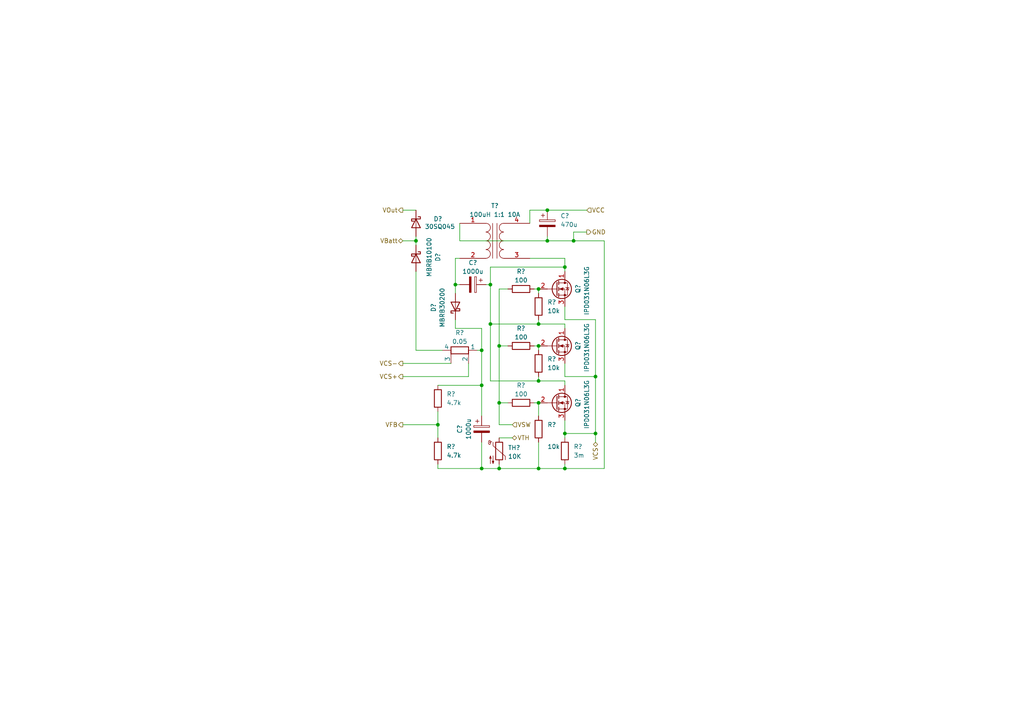
<source format=kicad_sch>
(kicad_sch (version 20211123) (generator eeschema)
  (paper "A4")
  (lib_symbols
    (symbol "Device:C_Polarized" (pin_numbers hide) (pin_names (offset 0.254))
      (property "Reference" "C" (at 0.635 2.54 0))
      (property "Value" "C_Polarized" (at 0.635 -2.54 0))
      (symbol "C_Polarized_0_1"
        (rectangle (start -2.286 0.508) (end 2.286 1.016))
        (polyline (pts (xy -1.778 2.286) (xy -0.762 2.286)))
        (polyline (pts (xy -1.27 2.794) (xy -1.27 1.778)))
        (rectangle (start 2.286 -0.508) (end -2.286 -1.016) (fill (type outline)))
      )
      (symbol "C_Polarized_1_1"
        (pin passive line (at 0 3.81 270) (length 2.794) (name "~") (number "1"))
        (pin passive line (at 0 -3.81 90) (length 2.794) (name "~") (number "2"))
      )
    )
    (symbol "Device:D_Schottky" (pin_numbers hide) (pin_names (offset 1.016) hide)
      (property "Reference" "D" (at 0 2.54 0))
      (property "Value" "D_Schottky" (at 0 -2.54 0))
      (symbol "D_Schottky_0_1"
        (polyline (pts (xy 1.27 0) (xy -1.27 0)))
        (polyline (pts (xy 1.27 1.27) (xy 1.27 -1.27) (xy -1.27 0) (xy 1.27 1.27)) (stroke (width 0.254)))
        (polyline (pts (xy -1.905 0.635) (xy -1.905 1.27) (xy -1.27 1.27) (xy -1.27 -1.27) (xy -0.635 -1.27) (xy -0.635 -0.635)) (stroke (width 0.254)))
      )
      (symbol "D_Schottky_1_1"
        (pin passive line (at -3.81 0 0) (length 2.54) (name "K") (number "1"))
        (pin passive line (at 3.81 0 180) (length 2.54) (name "A") (number "2"))
      )
    )
    (symbol "Device:Q_NMOS_DGS" (pin_names (offset 0) hide)
      (property "Reference" "Q" (at 5.08 1.27 0))
      (property "Value" "Q_NMOS_DGS" (at 5.08 -1.27 0))
      (symbol "Q_NMOS_DGS_0_1"
        (polyline (pts (xy 0.254 0) (xy -2.54 0)))
        (polyline (pts (xy 0.254 1.905) (xy 0.254 -1.905)) (stroke (width 0.254)))
        (polyline (pts (xy 0.762 -1.27) (xy 0.762 -2.286)) (stroke (width 0.254)))
        (polyline (pts (xy 0.762 0.508) (xy 0.762 -0.508)) (stroke (width 0.254)))
        (polyline (pts (xy 0.762 2.286) (xy 0.762 1.27)) (stroke (width 0.254)))
        (polyline (pts (xy 2.54 2.54) (xy 2.54 1.778)))
        (polyline (pts (xy 2.54 -2.54) (xy 2.54 0) (xy 0.762 0)))
        (polyline (pts (xy 0.762 -1.778) (xy 3.302 -1.778) (xy 3.302 1.778) (xy 0.762 1.778)))
        (polyline (pts (xy 1.016 0) (xy 2.032 0.381) (xy 2.032 -0.381) (xy 1.016 0)) (fill (type outline)))
        (polyline (pts (xy 2.794 0.508) (xy 2.921 0.381) (xy 3.683 0.381) (xy 3.81 0.254)))
        (polyline (pts (xy 3.302 0.381) (xy 2.921 -0.254) (xy 3.683 -0.254) (xy 3.302 0.381)))
        (circle (center 1.651 0) (radius 2.794) (stroke (width 0.254)))
        (circle (center 2.54 -1.778) (radius 0.254) (fill (type outline)))
        (circle (center 2.54 1.778) (radius 0.254) (fill (type outline)))
      )
      (symbol "Q_NMOS_DGS_1_1"
        (pin passive line (at 2.54 5.08 270) (length 2.54) (name "D") (number "1"))
        (pin input line (at -5.08 0 0) (length 2.54) (name "G") (number "2"))
        (pin passive line (at 2.54 -5.08 90) (length 2.54) (name "S") (number "3"))
      )
    )
    (symbol "Device:R" (pin_numbers hide) (pin_names (offset 0))
      (property "Reference" "R" (at 2.032 0 90))
      (property "Value" "R" (at 0 0 90))
      (symbol "R_0_1"
        (rectangle (start -1.016 -2.54) (end 1.016 2.54) (stroke (width 0.254)))
      )
      (symbol "R_1_1"
        (pin passive line (at 0 3.81 270) (length 1.27) (name "~") (number "1"))
        (pin passive line (at 0 -3.81 90) (length 1.27) (name "~") (number "2"))
      )
    )
    (symbol "Device:R_Shunt" (pin_numbers hide) (pin_names (offset 0))
      (property "Reference" "R" (at -4.445 0 90))
      (property "Value" "R_Shunt" (at -2.54 0 90))
      (symbol "R_Shunt_0_1"
        (rectangle (start -1.016 -2.54) (end 1.016 2.54) (stroke (width 0.254)))
        (polyline (pts (xy 0 -2.54) (xy 1.27 -2.54)))
        (polyline (pts (xy 1.27 2.54) (xy 0 2.54)))
      )
      (symbol "R_Shunt_1_1"
        (pin passive line (at 0 5.08 270) (length 2.54) (name "1") (number "1"))
        (pin passive line (at 3.81 2.54 180) (length 2.54) (name "2") (number "2"))
        (pin passive line (at 3.81 -2.54 180) (length 2.54) (name "3") (number "3"))
        (pin passive line (at 0 -5.08 90) (length 2.54) (name "4") (number "4"))
      )
    )
    (symbol "Device:Thermistor_NTC" (pin_numbers hide) (pin_names (offset 0))
      (property "Reference" "TH" (at -4.445 0 90))
      (property "Value" "Thermistor_NTC" (at 3.175 0 90))
      (symbol "Thermistor_NTC_0_1"
        (arc (start -3.048 2.159) (mid -3.0495 2.3143) (end -3.175 2.413))
        (arc (start -3.048 2.159) (mid -2.9736 1.9794) (end -2.794 1.905))
        (arc (start -3.048 2.794) (mid -2.9736 2.6144) (end -2.794 2.54))
        (arc (start -2.794 1.905) (mid -2.6144 1.9794) (end -2.54 2.159))
        (arc (start -2.794 2.54) (mid -2.4393 2.5587) (end -2.159 2.794))
        (arc (start -2.794 3.048) (mid -2.9736 2.9736) (end -3.048 2.794))
        (arc (start -2.54 2.794) (mid -2.6144 2.9736) (end -2.794 3.048))
        (rectangle (start -1.016 2.54) (end 1.016 -2.54) (stroke (width 0.254)))
        (polyline (pts (xy -2.54 2.159) (xy -2.54 2.794)))
        (polyline (pts (xy -1.778 2.54) (xy -1.778 1.524) (xy 1.778 -1.524) (xy 1.778 -2.54)))
        (polyline (pts (xy -2.54 -3.683) (xy -2.54 -1.397) (xy -2.794 -2.159) (xy -2.286 -2.159) (xy -2.54 -1.397) (xy -2.54 -1.651)) (fill (type outline)))
        (polyline (pts (xy -1.778 -1.397) (xy -1.778 -3.683) (xy -2.032 -2.921) (xy -1.524 -2.921) (xy -1.778 -3.683) (xy -1.778 -3.429)) (fill (type outline)))
      )
      (symbol "Thermistor_NTC_1_1"
        (pin passive line (at 0 3.81 270) (length 1.27) (name "~") (number "1"))
        (pin passive line (at 0 -3.81 90) (length 1.27) (name "~") (number "2"))
      )
    )
    (symbol "Device:Transformer_1P_1S" (pin_names (offset 1.016) hide)
      (property "Reference" "T" (at 0 6.35 0))
      (property "Value" "Transformer_1P_1S" (at 0 -7.62 0))
      (symbol "Transformer_1P_1S_0_1"
        (arc (start -2.54 -5.0546) (mid -1.6599 -4.6901) (end -1.27 -3.81))
        (arc (start -2.54 -2.5146) (mid -1.6599 -2.1501) (end -1.27 -1.27))
        (arc (start -2.54 0.0254) (mid -1.6599 0.3899) (end -1.27 1.27))
        (arc (start -2.54 2.5654) (mid -1.6599 2.9299) (end -1.27 3.81))
        (arc (start -1.27 -3.81) (mid -1.642 -2.912) (end -2.54 -2.54))
        (arc (start -1.27 -1.27) (mid -1.642 -0.372) (end -2.54 0))
        (arc (start -1.27 1.27) (mid -1.642 2.168) (end -2.54 2.54))
        (arc (start -1.27 3.81) (mid -1.642 4.708) (end -2.54 5.08))
        (polyline (pts (xy -0.635 5.08) (xy -0.635 -5.08)))
        (polyline (pts (xy 0.635 -5.08) (xy 0.635 5.08)))
        (arc (start 1.2954 -1.27) (mid 1.6599 -2.1501) (end 2.54 -2.5146))
        (arc (start 1.2954 1.27) (mid 1.6599 0.3899) (end 2.54 0.0254))
        (arc (start 1.2954 3.81) (mid 1.6599 2.9299) (end 2.54 2.5654))
        (arc (start 1.3208 -3.81) (mid 1.6853 -4.6901) (end 2.5654 -5.0546))
        (arc (start 2.54 0) (mid 1.642 -0.372) (end 1.2954 -1.27))
        (arc (start 2.54 2.54) (mid 1.642 2.168) (end 1.2954 1.27))
        (arc (start 2.54 5.08) (mid 1.642 4.708) (end 1.2954 3.81))
        (arc (start 2.5654 -2.54) (mid 1.6674 -2.912) (end 1.3208 -3.81))
      )
      (symbol "Transformer_1P_1S_1_1"
        (pin passive line (at -10.16 5.08 0) (length 7.62) (name "AA") (number "1"))
        (pin passive line (at -10.16 -5.08 0) (length 7.62) (name "AB") (number "2"))
        (pin passive line (at 10.16 -5.08 180) (length 7.62) (name "SA") (number "3"))
        (pin passive line (at 10.16 5.08 180) (length 7.62) (name "SB") (number "4"))
      )
    )
  )
  (junction (at 163.83 77.47))
  (junction (at 172.72 109.22))
  (junction (at 142.24 82.55))
  (junction (at 142.24 93.98))
  (junction (at 156.21 135.89))
  (junction (at 166.37 69.85))
  (junction (at 156.21 110.49))
  (junction (at 139.7 101.6))
  (junction (at 144.78 135.89))
  (junction (at 163.83 125.73))
  (junction (at 132.08 82.55))
  (junction (at 144.78 116.84))
  (junction (at 156.21 93.98))
  (junction (at 158.75 69.85))
  (junction (at 158.75 60.96))
  (junction (at 144.78 100.33))
  (junction (at 172.72 125.73))
  (junction (at 156.21 83.82))
  (junction (at 127 123.19))
  (junction (at 156.21 100.33))
  (junction (at 120.65 69.85))
  (junction (at 139.7 135.89))
  (junction (at 139.7 111.76))
  (junction (at 163.83 135.89))
  (junction (at 156.21 116.84))
  (wire (pts (xy 127 123.19) (xy 127 127)))
  (wire (pts (xy 127 119.38) (xy 127 123.19)))
  (wire (pts (xy 163.83 125.73) (xy 163.83 127)))
  (wire (pts (xy 163.83 77.47) (xy 163.83 78.74)))
  (wire (pts (xy 156.21 92.71) (xy 156.21 93.98)))
  (wire (pts (xy 156.21 110.49) (xy 142.24 110.49)))
  (wire (pts (xy 138.43 101.6) (xy 139.7 101.6)))
  (wire (pts (xy 154.94 100.33) (xy 156.21 100.33)))
  (wire (pts (xy 144.78 135.89) (xy 156.21 135.89)))
  (wire (pts (xy 156.21 135.89) (xy 163.83 135.89)))
  (wire (pts (xy 166.37 69.85) (xy 175.26 69.85)))
  (wire (pts (xy 163.83 74.93) (xy 163.83 77.47)))
  (wire (pts (xy 132.08 95.25) (xy 139.7 95.25)))
  (wire (pts (xy 158.75 60.96) (xy 170.18 60.96)))
  (wire (pts (xy 163.83 92.71) (xy 163.83 88.9)))
  (wire (pts (xy 172.72 125.73) (xy 172.72 128.27)))
  (wire (pts (xy 144.78 127) (xy 148.59 127)))
  (wire (pts (xy 172.72 92.71) (xy 172.72 109.22)))
  (wire (pts (xy 120.65 68.58) (xy 120.65 69.85)))
  (wire (pts (xy 156.21 83.82) (xy 156.21 85.09)))
  (wire (pts (xy 163.83 110.49) (xy 163.83 111.76)))
  (wire (pts (xy 156.21 93.98) (xy 163.83 93.98)))
  (wire (pts (xy 120.65 69.85) (xy 120.65 71.12)))
  (wire (pts (xy 139.7 101.6) (xy 139.7 111.76)))
  (wire (pts (xy 116.84 69.85) (xy 120.65 69.85)))
  (wire (pts (xy 144.78 100.33) (xy 144.78 116.84)))
  (wire (pts (xy 163.83 110.49) (xy 156.21 110.49)))
  (wire (pts (xy 133.35 64.77) (xy 133.35 69.85)))
  (wire (pts (xy 116.84 109.22) (xy 135.89 109.22)))
  (wire (pts (xy 175.26 69.85) (xy 175.26 135.89)))
  (wire (pts (xy 140.97 82.55) (xy 142.24 82.55)))
  (wire (pts (xy 144.78 83.82) (xy 144.78 100.33)))
  (wire (pts (xy 163.83 109.22) (xy 163.83 105.41)))
  (wire (pts (xy 132.08 74.93) (xy 133.35 74.93)))
  (wire (pts (xy 163.83 92.71) (xy 172.72 92.71)))
  (wire (pts (xy 133.35 69.85) (xy 158.75 69.85)))
  (wire (pts (xy 120.65 101.6) (xy 128.27 101.6)))
  (wire (pts (xy 163.83 125.73) (xy 172.72 125.73)))
  (wire (pts (xy 142.24 93.98) (xy 142.24 82.55)))
  (wire (pts (xy 158.75 69.85) (xy 166.37 69.85)))
  (wire (pts (xy 139.7 111.76) (xy 139.7 120.65)))
  (wire (pts (xy 142.24 93.98) (xy 156.21 93.98)))
  (wire (pts (xy 144.78 100.33) (xy 147.32 100.33)))
  (wire (pts (xy 154.94 116.84) (xy 156.21 116.84)))
  (wire (pts (xy 127 134.62) (xy 127 135.89)))
  (wire (pts (xy 172.72 109.22) (xy 172.72 125.73)))
  (wire (pts (xy 166.37 67.31) (xy 166.37 69.85)))
  (wire (pts (xy 144.78 134.62) (xy 144.78 135.89)))
  (wire (pts (xy 147.32 83.82) (xy 144.78 83.82)))
  (wire (pts (xy 154.94 83.82) (xy 156.21 83.82)))
  (wire (pts (xy 142.24 93.98) (xy 142.24 110.49)))
  (wire (pts (xy 153.67 60.96) (xy 158.75 60.96)))
  (wire (pts (xy 139.7 128.27) (xy 139.7 135.89)))
  (wire (pts (xy 135.89 109.22) (xy 135.89 105.41)))
  (wire (pts (xy 148.59 123.19) (xy 144.78 123.19)))
  (wire (pts (xy 144.78 123.19) (xy 144.78 116.84)))
  (wire (pts (xy 132.08 82.55) (xy 132.08 85.09)))
  (wire (pts (xy 156.21 116.84) (xy 156.21 120.65)))
  (wire (pts (xy 127 111.76) (xy 139.7 111.76)))
  (wire (pts (xy 153.67 60.96) (xy 153.67 64.77)))
  (wire (pts (xy 163.83 93.98) (xy 163.83 95.25)))
  (wire (pts (xy 156.21 100.33) (xy 156.21 101.6)))
  (wire (pts (xy 142.24 77.47) (xy 163.83 77.47)))
  (wire (pts (xy 132.08 82.55) (xy 132.08 74.93)))
  (wire (pts (xy 144.78 116.84) (xy 147.32 116.84)))
  (wire (pts (xy 156.21 109.22) (xy 156.21 110.49)))
  (wire (pts (xy 142.24 77.47) (xy 142.24 82.55)))
  (wire (pts (xy 163.83 125.73) (xy 163.83 121.92)))
  (wire (pts (xy 120.65 78.74) (xy 120.65 101.6)))
  (wire (pts (xy 163.83 134.62) (xy 163.83 135.89)))
  (wire (pts (xy 163.83 109.22) (xy 172.72 109.22)))
  (wire (pts (xy 116.84 123.19) (xy 127 123.19)))
  (wire (pts (xy 130.81 105.41) (xy 116.84 105.41)))
  (wire (pts (xy 133.35 82.55) (xy 132.08 82.55)))
  (wire (pts (xy 139.7 95.25) (xy 139.7 101.6)))
  (wire (pts (xy 127 135.89) (xy 139.7 135.89)))
  (wire (pts (xy 132.08 95.25) (xy 132.08 92.71)))
  (wire (pts (xy 170.18 67.31) (xy 166.37 67.31)))
  (wire (pts (xy 116.84 60.96) (xy 120.65 60.96)))
  (wire (pts (xy 163.83 74.93) (xy 153.67 74.93)))
  (wire (pts (xy 139.7 135.89) (xy 144.78 135.89)))
  (wire (pts (xy 158.75 69.85) (xy 158.75 68.58)))
  (wire (pts (xy 156.21 128.27) (xy 156.21 135.89)))
  (wire (pts (xy 175.26 135.89) (xy 163.83 135.89)))
  (hierarchical_label "GND" (shape output) (at 170.18 67.31 0))
  (hierarchical_label "VBatt" (shape bidirectional) (at 116.84 69.85 180))
  (hierarchical_label "VCS+" (shape output) (at 116.84 109.22 180))
  (hierarchical_label "VCS" (shape bidirectional) (at 172.72 128.27 270))
  (hierarchical_label "VSW" (shape input) (at 148.59 123.19 0))
  (hierarchical_label "VOut" (shape output) (at 116.84 60.96 180))
  (hierarchical_label "VFB" (shape output) (at 116.84 123.19 180))
  (hierarchical_label "VCS-" (shape output) (at 116.84 105.41 180))
  (hierarchical_label "VTH" (shape bidirectional) (at 148.59 127 0))
  (hierarchical_label "VCC" (shape input) (at 170.18 60.96 0))
  (symbol (lib_id "Device:Thermistor_NTC") (at 144.78 130.81 0) (unit 1)
    (property "Reference" "TH?" (at 147.32 129.8574 0) (effects (justify left)))
    (property "Value" "10K" (at 147.32 132.3974 0) (effects (justify left)))
  )
  (symbol (lib_id "Device:C_Polarized") (at 137.16 82.55 270) (unit 1)
    (property "Reference" "C?" (at 137.16 76.2 90))
    (property "Value" "1000u" (at 137.16 78.74 90))
  )
  (symbol (lib_id "Device:D_Schottky") (at 132.08 88.9 90) (unit 1)
    (property "Reference" "D?" (at 125.73 89.2175 0))
    (property "Value" "MBRB30200" (at 128.27 89.2175 0))
  )
  (symbol (lib_id "Device:R") (at 151.13 116.84 90) (unit 1)
    (property "Reference" "R?" (at 151.13 111.76 90))
    (property "Value" "100" (at 151.13 114.3 90))
  )
  (symbol (lib_id "Device:R") (at 156.21 105.41 0) (unit 1)
    (property "Reference" "R?" (at 158.75 104.1399 0) (effects (justify left)))
    (property "Value" "10k" (at 158.75 106.6799 0) (effects (justify left)))
  )
  (symbol (lib_id "Device:R") (at 156.21 124.46 0) (unit 1)
    (property "Reference" "R?" (at 158.75 123.1899 0) (effects (justify left)))
    (property "Value" "10k" (at 158.75 129.5399 0) (effects (justify left)))
  )
  (symbol (lib_id "Device:Q_NMOS_DGS") (at 161.29 83.82 0) (unit 1)
    (property "Reference" "Q?" (at 167.64 85.09 90) (effects (justify left)))
    (property "Value" "IPD031N06L3G" (at 170.18 91.44 90) (effects (justify left)))
  )
  (symbol (lib_id "Device:R") (at 127 115.57 0) (unit 1)
    (property "Reference" "R?" (at 129.54 114.2999 0) (effects (justify left)))
    (property "Value" "4.7k" (at 129.54 116.8399 0) (effects (justify left)))
  )
  (symbol (lib_id "Device:R") (at 163.83 130.81 0) (unit 1)
    (property "Reference" "R?" (at 166.37 129.5399 0) (effects (justify left)))
    (property "Value" "3m" (at 166.37 132.0799 0) (effects (justify left)))
  )
  (symbol (lib_id "Device:R") (at 156.21 88.9 0) (unit 1)
    (property "Reference" "R?" (at 158.75 87.6299 0) (effects (justify left)))
    (property "Value" "10k" (at 158.75 90.1699 0) (effects (justify left)))
  )
  (symbol (lib_id "Device:R") (at 127 130.81 0) (unit 1)
    (property "Reference" "R?" (at 129.54 129.5399 0) (effects (justify left)))
    (property "Value" "4.7k" (at 129.54 132.0799 0) (effects (justify left)))
  )
  (symbol (lib_id "Device:C_Polarized") (at 139.7 124.46 0) (unit 1)
    (property "Reference" "C?" (at 133.35 124.46 90))
    (property "Value" "1000u" (at 135.89 124.46 90))
  )
  (symbol (lib_id "Device:Q_NMOS_DGS") (at 161.29 100.33 0) (unit 1)
    (property "Reference" "Q?" (at 167.64 101.6 90) (effects (justify left)))
    (property "Value" "IPD031N06L3G" (at 170.18 107.95 90) (effects (justify left)))
  )
  (symbol (lib_id "Device:D_Schottky") (at 120.65 74.93 270) (unit 1)
    (property "Reference" "D?" (at 127 74.6125 0))
    (property "Value" "MBRB10100" (at 124.46 74.6125 0))
  )
  (symbol (lib_id "Device:Q_NMOS_DGS") (at 161.29 116.84 0) (unit 1)
    (property "Reference" "Q?" (at 167.64 118.11 90) (effects (justify left)))
    (property "Value" "IPD031N06L3G" (at 170.18 124.46 90) (effects (justify left)))
  )
  (symbol (lib_id "Device:R") (at 151.13 83.82 90) (unit 1)
    (property "Reference" "R?" (at 151.13 78.74 90))
    (property "Value" "100" (at 151.13 81.28 90))
  )
  (symbol (lib_id "Device:C_Polarized") (at 158.75 64.77 0) (unit 1)
    (property "Reference" "C?" (at 162.56 62.6109 0) (effects (justify left)))
    (property "Value" "470u" (at 162.56 65.1509 0) (effects (justify left)))
  )
  (symbol (lib_id "Device:D_Schottky") (at 120.65 64.77 270) (unit 1)
    (property "Reference" "D?" (at 125.73 63.5 90) (effects (justify left)))
    (property "Value" "30SQ045" (at 123.19 65.7224 90) (effects (justify left)))
  )
  (symbol (lib_id "Device:R_Shunt") (at 133.35 101.6 270) (unit 1)
    (property "Reference" "R?" (at 133.35 96.52 90))
    (property "Value" "0.05" (at 133.35 99.06 90))
  )
  (symbol (lib_id "Device:R") (at 151.13 100.33 90) (unit 1)
    (property "Reference" "R?" (at 151.13 95.25 90))
    (property "Value" "100" (at 151.13 97.79 90))
  )
  (symbol (lib_id "Device:Transformer_1P_1S") (at 143.51 69.85 0) (unit 1)
    (property "Reference" "T?" (at 143.5227 59.69 0))
    (property "Value" "100uH 1:1 10A" (at 143.5227 62.23 0))
  )
)
</source>
